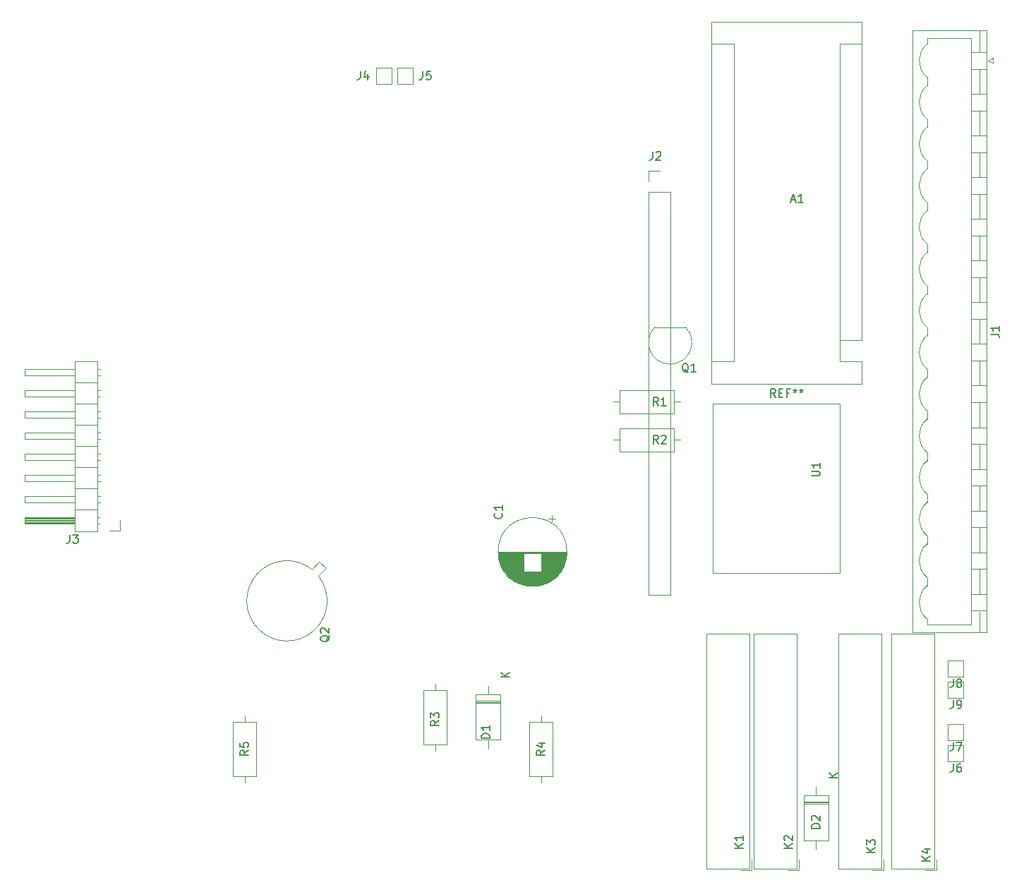
<source format=gbr>
G04 #@! TF.GenerationSoftware,KiCad,Pcbnew,(5.1.0-9-gc61ec8ee3)*
G04 #@! TF.CreationDate,2019-06-28T12:10:09+02:00*
G04 #@! TF.ProjectId,LCD_Back_Neo_Key_RxTx_emergency_stop,4c43445f-4261-4636-9b5f-4e656f5f4b65,rev?*
G04 #@! TF.SameCoordinates,Original*
G04 #@! TF.FileFunction,Legend,Top*
G04 #@! TF.FilePolarity,Positive*
%FSLAX46Y46*%
G04 Gerber Fmt 4.6, Leading zero omitted, Abs format (unit mm)*
G04 Created by KiCad (PCBNEW (5.1.0-9-gc61ec8ee3)) date 2019-06-28 12:10:09*
%MOMM*%
%LPD*%
G04 APERTURE LIST*
%ADD10C,0.120000*%
%ADD11C,0.150000*%
G04 APERTURE END LIST*
D10*
X194310000Y-34290000D02*
X196980000Y-34290000D01*
X194310000Y-69850000D02*
X194310000Y-34290000D01*
X194310000Y-69850000D02*
X196980000Y-69850000D01*
X181610000Y-72390000D02*
X181610000Y-34290000D01*
X196980000Y-69850000D02*
X196980000Y-31620000D01*
X181610000Y-34290000D02*
X178940000Y-34290000D01*
X181610000Y-72390000D02*
X178940000Y-72390000D01*
X178940000Y-75060000D02*
X196980000Y-75060000D01*
X178940000Y-31620000D02*
X178940000Y-75060000D01*
X196980000Y-31620000D02*
X178940000Y-31620000D01*
X196980000Y-75060000D02*
X196980000Y-72390000D01*
X194310000Y-69850000D02*
X194310000Y-72390000D01*
X194310000Y-72390000D02*
X196980000Y-72390000D01*
X194310000Y-97790000D02*
X179070000Y-97790000D01*
X179070000Y-97790000D02*
X179070000Y-77470000D01*
X179070000Y-77470000D02*
X194310000Y-77470000D01*
X194310000Y-77470000D02*
X194310000Y-97790000D01*
X105240000Y-92770000D02*
X105240000Y-72330000D01*
X105240000Y-72330000D02*
X102580000Y-72330000D01*
X102580000Y-72330000D02*
X102580000Y-92770000D01*
X102580000Y-92770000D02*
X105240000Y-92770000D01*
X102580000Y-91820000D02*
X96580000Y-91820000D01*
X96580000Y-91820000D02*
X96580000Y-91060000D01*
X96580000Y-91060000D02*
X102580000Y-91060000D01*
X102580000Y-91760000D02*
X96580000Y-91760000D01*
X102580000Y-91640000D02*
X96580000Y-91640000D01*
X102580000Y-91520000D02*
X96580000Y-91520000D01*
X102580000Y-91400000D02*
X96580000Y-91400000D01*
X102580000Y-91280000D02*
X96580000Y-91280000D01*
X102580000Y-91160000D02*
X96580000Y-91160000D01*
X105570000Y-91820000D02*
X105240000Y-91820000D01*
X105570000Y-91060000D02*
X105240000Y-91060000D01*
X105240000Y-90170000D02*
X102580000Y-90170000D01*
X102580000Y-89280000D02*
X96580000Y-89280000D01*
X96580000Y-89280000D02*
X96580000Y-88520000D01*
X96580000Y-88520000D02*
X102580000Y-88520000D01*
X105637071Y-89280000D02*
X105240000Y-89280000D01*
X105637071Y-88520000D02*
X105240000Y-88520000D01*
X105240000Y-87630000D02*
X102580000Y-87630000D01*
X102580000Y-86740000D02*
X96580000Y-86740000D01*
X96580000Y-86740000D02*
X96580000Y-85980000D01*
X96580000Y-85980000D02*
X102580000Y-85980000D01*
X105637071Y-86740000D02*
X105240000Y-86740000D01*
X105637071Y-85980000D02*
X105240000Y-85980000D01*
X105240000Y-85090000D02*
X102580000Y-85090000D01*
X102580000Y-84200000D02*
X96580000Y-84200000D01*
X96580000Y-84200000D02*
X96580000Y-83440000D01*
X96580000Y-83440000D02*
X102580000Y-83440000D01*
X105637071Y-84200000D02*
X105240000Y-84200000D01*
X105637071Y-83440000D02*
X105240000Y-83440000D01*
X105240000Y-82550000D02*
X102580000Y-82550000D01*
X102580000Y-81660000D02*
X96580000Y-81660000D01*
X96580000Y-81660000D02*
X96580000Y-80900000D01*
X96580000Y-80900000D02*
X102580000Y-80900000D01*
X105637071Y-81660000D02*
X105240000Y-81660000D01*
X105637071Y-80900000D02*
X105240000Y-80900000D01*
X105240000Y-80010000D02*
X102580000Y-80010000D01*
X102580000Y-79120000D02*
X96580000Y-79120000D01*
X96580000Y-79120000D02*
X96580000Y-78360000D01*
X96580000Y-78360000D02*
X102580000Y-78360000D01*
X105637071Y-79120000D02*
X105240000Y-79120000D01*
X105637071Y-78360000D02*
X105240000Y-78360000D01*
X105240000Y-77470000D02*
X102580000Y-77470000D01*
X102580000Y-76580000D02*
X96580000Y-76580000D01*
X96580000Y-76580000D02*
X96580000Y-75820000D01*
X96580000Y-75820000D02*
X102580000Y-75820000D01*
X105637071Y-76580000D02*
X105240000Y-76580000D01*
X105637071Y-75820000D02*
X105240000Y-75820000D01*
X105240000Y-74930000D02*
X102580000Y-74930000D01*
X102580000Y-74040000D02*
X96580000Y-74040000D01*
X96580000Y-74040000D02*
X96580000Y-73280000D01*
X96580000Y-73280000D02*
X102580000Y-73280000D01*
X105637071Y-74040000D02*
X105240000Y-74040000D01*
X105637071Y-73280000D02*
X105240000Y-73280000D01*
X107950000Y-91440000D02*
X107950000Y-92710000D01*
X107950000Y-92710000D02*
X106680000Y-92710000D01*
X161600000Y-95230000D02*
G75*
G03X161600000Y-95230000I-4120000J0D01*
G01*
X161560000Y-95230000D02*
X153400000Y-95230000D01*
X161560000Y-95270000D02*
X153400000Y-95270000D01*
X161560000Y-95310000D02*
X153400000Y-95310000D01*
X161559000Y-95350000D02*
X153401000Y-95350000D01*
X161557000Y-95390000D02*
X153403000Y-95390000D01*
X161556000Y-95430000D02*
X153404000Y-95430000D01*
X161554000Y-95470000D02*
X158520000Y-95470000D01*
X156440000Y-95470000D02*
X153406000Y-95470000D01*
X161551000Y-95510000D02*
X158520000Y-95510000D01*
X156440000Y-95510000D02*
X153409000Y-95510000D01*
X161548000Y-95550000D02*
X158520000Y-95550000D01*
X156440000Y-95550000D02*
X153412000Y-95550000D01*
X161545000Y-95590000D02*
X158520000Y-95590000D01*
X156440000Y-95590000D02*
X153415000Y-95590000D01*
X161541000Y-95630000D02*
X158520000Y-95630000D01*
X156440000Y-95630000D02*
X153419000Y-95630000D01*
X161537000Y-95670000D02*
X158520000Y-95670000D01*
X156440000Y-95670000D02*
X153423000Y-95670000D01*
X161532000Y-95710000D02*
X158520000Y-95710000D01*
X156440000Y-95710000D02*
X153428000Y-95710000D01*
X161528000Y-95750000D02*
X158520000Y-95750000D01*
X156440000Y-95750000D02*
X153432000Y-95750000D01*
X161522000Y-95790000D02*
X158520000Y-95790000D01*
X156440000Y-95790000D02*
X153438000Y-95790000D01*
X161517000Y-95830000D02*
X158520000Y-95830000D01*
X156440000Y-95830000D02*
X153443000Y-95830000D01*
X161510000Y-95870000D02*
X158520000Y-95870000D01*
X156440000Y-95870000D02*
X153450000Y-95870000D01*
X161504000Y-95910000D02*
X158520000Y-95910000D01*
X156440000Y-95910000D02*
X153456000Y-95910000D01*
X161497000Y-95951000D02*
X158520000Y-95951000D01*
X156440000Y-95951000D02*
X153463000Y-95951000D01*
X161490000Y-95991000D02*
X158520000Y-95991000D01*
X156440000Y-95991000D02*
X153470000Y-95991000D01*
X161482000Y-96031000D02*
X158520000Y-96031000D01*
X156440000Y-96031000D02*
X153478000Y-96031000D01*
X161474000Y-96071000D02*
X158520000Y-96071000D01*
X156440000Y-96071000D02*
X153486000Y-96071000D01*
X161465000Y-96111000D02*
X158520000Y-96111000D01*
X156440000Y-96111000D02*
X153495000Y-96111000D01*
X161456000Y-96151000D02*
X158520000Y-96151000D01*
X156440000Y-96151000D02*
X153504000Y-96151000D01*
X161447000Y-96191000D02*
X158520000Y-96191000D01*
X156440000Y-96191000D02*
X153513000Y-96191000D01*
X161437000Y-96231000D02*
X158520000Y-96231000D01*
X156440000Y-96231000D02*
X153523000Y-96231000D01*
X161427000Y-96271000D02*
X158520000Y-96271000D01*
X156440000Y-96271000D02*
X153533000Y-96271000D01*
X161416000Y-96311000D02*
X158520000Y-96311000D01*
X156440000Y-96311000D02*
X153544000Y-96311000D01*
X161405000Y-96351000D02*
X158520000Y-96351000D01*
X156440000Y-96351000D02*
X153555000Y-96351000D01*
X161394000Y-96391000D02*
X158520000Y-96391000D01*
X156440000Y-96391000D02*
X153566000Y-96391000D01*
X161382000Y-96431000D02*
X158520000Y-96431000D01*
X156440000Y-96431000D02*
X153578000Y-96431000D01*
X161369000Y-96471000D02*
X158520000Y-96471000D01*
X156440000Y-96471000D02*
X153591000Y-96471000D01*
X161357000Y-96511000D02*
X158520000Y-96511000D01*
X156440000Y-96511000D02*
X153603000Y-96511000D01*
X161343000Y-96551000D02*
X158520000Y-96551000D01*
X156440000Y-96551000D02*
X153617000Y-96551000D01*
X161330000Y-96591000D02*
X158520000Y-96591000D01*
X156440000Y-96591000D02*
X153630000Y-96591000D01*
X161315000Y-96631000D02*
X158520000Y-96631000D01*
X156440000Y-96631000D02*
X153645000Y-96631000D01*
X161301000Y-96671000D02*
X158520000Y-96671000D01*
X156440000Y-96671000D02*
X153659000Y-96671000D01*
X161285000Y-96711000D02*
X158520000Y-96711000D01*
X156440000Y-96711000D02*
X153675000Y-96711000D01*
X161270000Y-96751000D02*
X158520000Y-96751000D01*
X156440000Y-96751000D02*
X153690000Y-96751000D01*
X161254000Y-96791000D02*
X158520000Y-96791000D01*
X156440000Y-96791000D02*
X153706000Y-96791000D01*
X161237000Y-96831000D02*
X158520000Y-96831000D01*
X156440000Y-96831000D02*
X153723000Y-96831000D01*
X161220000Y-96871000D02*
X158520000Y-96871000D01*
X156440000Y-96871000D02*
X153740000Y-96871000D01*
X161202000Y-96911000D02*
X158520000Y-96911000D01*
X156440000Y-96911000D02*
X153758000Y-96911000D01*
X161184000Y-96951000D02*
X158520000Y-96951000D01*
X156440000Y-96951000D02*
X153776000Y-96951000D01*
X161166000Y-96991000D02*
X158520000Y-96991000D01*
X156440000Y-96991000D02*
X153794000Y-96991000D01*
X161146000Y-97031000D02*
X158520000Y-97031000D01*
X156440000Y-97031000D02*
X153814000Y-97031000D01*
X161127000Y-97071000D02*
X158520000Y-97071000D01*
X156440000Y-97071000D02*
X153833000Y-97071000D01*
X161107000Y-97111000D02*
X158520000Y-97111000D01*
X156440000Y-97111000D02*
X153853000Y-97111000D01*
X161086000Y-97151000D02*
X158520000Y-97151000D01*
X156440000Y-97151000D02*
X153874000Y-97151000D01*
X161064000Y-97191000D02*
X158520000Y-97191000D01*
X156440000Y-97191000D02*
X153896000Y-97191000D01*
X161042000Y-97231000D02*
X158520000Y-97231000D01*
X156440000Y-97231000D02*
X153918000Y-97231000D01*
X161020000Y-97271000D02*
X158520000Y-97271000D01*
X156440000Y-97271000D02*
X153940000Y-97271000D01*
X160997000Y-97311000D02*
X158520000Y-97311000D01*
X156440000Y-97311000D02*
X153963000Y-97311000D01*
X160973000Y-97351000D02*
X158520000Y-97351000D01*
X156440000Y-97351000D02*
X153987000Y-97351000D01*
X160949000Y-97391000D02*
X158520000Y-97391000D01*
X156440000Y-97391000D02*
X154011000Y-97391000D01*
X160924000Y-97431000D02*
X158520000Y-97431000D01*
X156440000Y-97431000D02*
X154036000Y-97431000D01*
X160898000Y-97471000D02*
X158520000Y-97471000D01*
X156440000Y-97471000D02*
X154062000Y-97471000D01*
X160872000Y-97511000D02*
X158520000Y-97511000D01*
X156440000Y-97511000D02*
X154088000Y-97511000D01*
X160845000Y-97551000D02*
X154115000Y-97551000D01*
X160818000Y-97591000D02*
X154142000Y-97591000D01*
X160789000Y-97631000D02*
X154171000Y-97631000D01*
X160760000Y-97671000D02*
X154200000Y-97671000D01*
X160730000Y-97711000D02*
X154230000Y-97711000D01*
X160700000Y-97751000D02*
X154260000Y-97751000D01*
X160669000Y-97791000D02*
X154291000Y-97791000D01*
X160636000Y-97831000D02*
X154324000Y-97831000D01*
X160604000Y-97871000D02*
X154356000Y-97871000D01*
X160570000Y-97911000D02*
X154390000Y-97911000D01*
X160535000Y-97951000D02*
X154425000Y-97951000D01*
X160499000Y-97991000D02*
X154461000Y-97991000D01*
X160463000Y-98031000D02*
X154497000Y-98031000D01*
X160425000Y-98071000D02*
X154535000Y-98071000D01*
X160387000Y-98111000D02*
X154573000Y-98111000D01*
X160347000Y-98151000D02*
X154613000Y-98151000D01*
X160306000Y-98191000D02*
X154654000Y-98191000D01*
X160264000Y-98231000D02*
X154696000Y-98231000D01*
X160221000Y-98271000D02*
X154739000Y-98271000D01*
X160177000Y-98311000D02*
X154783000Y-98311000D01*
X160131000Y-98351000D02*
X154829000Y-98351000D01*
X160084000Y-98391000D02*
X154876000Y-98391000D01*
X160036000Y-98431000D02*
X154924000Y-98431000D01*
X159985000Y-98471000D02*
X154975000Y-98471000D01*
X159934000Y-98511000D02*
X155026000Y-98511000D01*
X159880000Y-98551000D02*
X155080000Y-98551000D01*
X159825000Y-98591000D02*
X155135000Y-98591000D01*
X159767000Y-98631000D02*
X155193000Y-98631000D01*
X159708000Y-98671000D02*
X155252000Y-98671000D01*
X159646000Y-98711000D02*
X155314000Y-98711000D01*
X159582000Y-98751000D02*
X155378000Y-98751000D01*
X159514000Y-98791000D02*
X155446000Y-98791000D01*
X159444000Y-98831000D02*
X155516000Y-98831000D01*
X159370000Y-98871000D02*
X155590000Y-98871000D01*
X159293000Y-98911000D02*
X155667000Y-98911000D01*
X159211000Y-98951000D02*
X155749000Y-98951000D01*
X159125000Y-98991000D02*
X155835000Y-98991000D01*
X159032000Y-99031000D02*
X155928000Y-99031000D01*
X158933000Y-99071000D02*
X156027000Y-99071000D01*
X158826000Y-99111000D02*
X156134000Y-99111000D01*
X158709000Y-99151000D02*
X156251000Y-99151000D01*
X158578000Y-99191000D02*
X156382000Y-99191000D01*
X158428000Y-99231000D02*
X156532000Y-99231000D01*
X158248000Y-99271000D02*
X156712000Y-99271000D01*
X158013000Y-99311000D02*
X156947000Y-99311000D01*
X159795000Y-90820302D02*
X159795000Y-91620302D01*
X160195000Y-91220302D02*
X159395000Y-91220302D01*
X175790000Y-68254000D02*
X172190000Y-68254000D01*
X175828478Y-68265522D02*
G75*
G02X173990000Y-72704000I-1838478J-1838478D01*
G01*
X172151522Y-68265522D02*
G75*
G03X173990000Y-72704000I1838478J-1838478D01*
G01*
X167926000Y-75846000D02*
X167926000Y-78586000D01*
X167926000Y-78586000D02*
X174466000Y-78586000D01*
X174466000Y-78586000D02*
X174466000Y-75846000D01*
X174466000Y-75846000D02*
X167926000Y-75846000D01*
X167156000Y-77216000D02*
X167926000Y-77216000D01*
X175236000Y-77216000D02*
X174466000Y-77216000D01*
X171390000Y-50800000D02*
X171390000Y-49470000D01*
X171390000Y-100390000D02*
X174050000Y-100390000D01*
X174050000Y-52070000D02*
X174050000Y-100390000D01*
X171390000Y-52070000D02*
X171390000Y-100390000D01*
X171390000Y-52070000D02*
X174050000Y-52070000D01*
X171390000Y-49470000D02*
X172720000Y-49470000D01*
X183750000Y-133420000D02*
X182450000Y-133420000D01*
X183750000Y-132120000D02*
X183750000Y-133420000D01*
X183550000Y-133220000D02*
X178350000Y-133220000D01*
X183550000Y-105020000D02*
X183550000Y-133220000D01*
X178350000Y-105020000D02*
X183550000Y-105020000D01*
X178350000Y-133220000D02*
X178350000Y-105020000D01*
X184020000Y-133220000D02*
X184020000Y-105020000D01*
X184020000Y-105020000D02*
X189220000Y-105020000D01*
X189220000Y-105020000D02*
X189220000Y-133220000D01*
X189220000Y-133220000D02*
X184020000Y-133220000D01*
X189420000Y-132120000D02*
X189420000Y-133420000D01*
X189420000Y-133420000D02*
X188120000Y-133420000D01*
X199580000Y-133420000D02*
X198280000Y-133420000D01*
X199580000Y-132120000D02*
X199580000Y-133420000D01*
X199380000Y-133220000D02*
X194180000Y-133220000D01*
X199380000Y-105020000D02*
X199380000Y-133220000D01*
X194180000Y-105020000D02*
X199380000Y-105020000D01*
X194180000Y-133220000D02*
X194180000Y-105020000D01*
X131790902Y-98094916D02*
X132681856Y-97203961D01*
X132681856Y-97203961D02*
X131904039Y-96426144D01*
X131904039Y-96426144D02*
X131013084Y-97317098D01*
X131013371Y-97317326D02*
G75*
G03X131790902Y-98094916I-2997371J-3774674D01*
G01*
X147166000Y-111792000D02*
X144426000Y-111792000D01*
X144426000Y-111792000D02*
X144426000Y-118332000D01*
X144426000Y-118332000D02*
X147166000Y-118332000D01*
X147166000Y-118332000D02*
X147166000Y-111792000D01*
X145796000Y-111022000D02*
X145796000Y-111792000D01*
X145796000Y-119102000D02*
X145796000Y-118332000D01*
X158496000Y-114832000D02*
X158496000Y-115602000D01*
X158496000Y-122912000D02*
X158496000Y-122142000D01*
X157126000Y-115602000D02*
X157126000Y-122142000D01*
X159866000Y-115602000D02*
X157126000Y-115602000D01*
X159866000Y-122142000D02*
X159866000Y-115602000D01*
X157126000Y-122142000D02*
X159866000Y-122142000D01*
X124306000Y-115602000D02*
X121566000Y-115602000D01*
X121566000Y-115602000D02*
X121566000Y-122142000D01*
X121566000Y-122142000D02*
X124306000Y-122142000D01*
X124306000Y-122142000D02*
X124306000Y-115602000D01*
X122936000Y-114832000D02*
X122936000Y-115602000D01*
X122936000Y-122912000D02*
X122936000Y-122142000D01*
X138750000Y-37150000D02*
X138750000Y-39050000D01*
X138750000Y-39050000D02*
X140600000Y-39050000D01*
X140600000Y-39050000D02*
X140600000Y-37200000D01*
X140600000Y-37200000D02*
X140600000Y-37150000D01*
X140600000Y-37150000D02*
X138750000Y-37150000D01*
X143140000Y-37150000D02*
X141290000Y-37150000D01*
X143140000Y-37200000D02*
X143140000Y-37150000D01*
X143140000Y-39050000D02*
X143140000Y-37200000D01*
X141290000Y-39050000D02*
X143140000Y-39050000D01*
X141290000Y-37150000D02*
X141290000Y-39050000D01*
X153616000Y-113122000D02*
X150676000Y-113122000D01*
X153616000Y-113362000D02*
X150676000Y-113362000D01*
X153616000Y-113242000D02*
X150676000Y-113242000D01*
X152146000Y-118802000D02*
X152146000Y-117782000D01*
X152146000Y-111322000D02*
X152146000Y-112342000D01*
X153616000Y-117782000D02*
X153616000Y-112342000D01*
X150676000Y-117782000D02*
X153616000Y-117782000D01*
X150676000Y-112342000D02*
X150676000Y-117782000D01*
X153616000Y-112342000D02*
X150676000Y-112342000D01*
X192970000Y-124410000D02*
X190030000Y-124410000D01*
X190030000Y-124410000D02*
X190030000Y-129850000D01*
X190030000Y-129850000D02*
X192970000Y-129850000D01*
X192970000Y-129850000D02*
X192970000Y-124410000D01*
X191500000Y-123390000D02*
X191500000Y-124410000D01*
X191500000Y-130870000D02*
X191500000Y-129850000D01*
X192970000Y-125310000D02*
X190030000Y-125310000D01*
X192970000Y-125430000D02*
X190030000Y-125430000D01*
X192970000Y-125190000D02*
X190030000Y-125190000D01*
X204794179Y-38266841D02*
G75*
G02X204810000Y-34280000I1665821J1986841D01*
G01*
X204794179Y-43266841D02*
G75*
G02X204810000Y-39280000I1665821J1986841D01*
G01*
X204794179Y-48266841D02*
G75*
G02X204810000Y-44280000I1665821J1986841D01*
G01*
X204794179Y-53266841D02*
G75*
G02X204810000Y-49280000I1665821J1986841D01*
G01*
X204794179Y-58266841D02*
G75*
G02X204810000Y-54280000I1665821J1986841D01*
G01*
X204794179Y-63266841D02*
G75*
G02X204810000Y-59280000I1665821J1986841D01*
G01*
X204794179Y-68266841D02*
G75*
G02X204810000Y-64280000I1665821J1986841D01*
G01*
X204794179Y-73266841D02*
G75*
G02X204810000Y-69280000I1665821J1986841D01*
G01*
X204794179Y-78266841D02*
G75*
G02X204810000Y-74280000I1665821J1986841D01*
G01*
X204794179Y-83266841D02*
G75*
G02X204810000Y-79280000I1665821J1986841D01*
G01*
X204794179Y-88266841D02*
G75*
G02X204810000Y-84280000I1665821J1986841D01*
G01*
X204794179Y-93266841D02*
G75*
G02X204810000Y-89280000I1665821J1986841D01*
G01*
X204794179Y-98266841D02*
G75*
G02X204810000Y-94280000I1665821J1986841D01*
G01*
X204794179Y-103266841D02*
G75*
G02X204810000Y-99280000I1665821J1986841D01*
G01*
X211920000Y-32670000D02*
X203100000Y-32670000D01*
X203100000Y-32670000D02*
X203100000Y-104890000D01*
X203100000Y-104890000D02*
X211920000Y-104890000D01*
X211920000Y-104890000D02*
X211920000Y-32670000D01*
X211110000Y-32670000D02*
X211110000Y-35170000D01*
X211110000Y-104890000D02*
X211110000Y-102390000D01*
X211110000Y-37280000D02*
X211110000Y-40280000D01*
X211110000Y-42280000D02*
X211110000Y-45280000D01*
X211110000Y-47280000D02*
X211110000Y-50280000D01*
X211110000Y-52280000D02*
X211110000Y-55280000D01*
X211110000Y-57280000D02*
X211110000Y-60280000D01*
X211110000Y-62280000D02*
X211110000Y-65280000D01*
X211110000Y-67280000D02*
X211110000Y-70280000D01*
X211110000Y-72280000D02*
X211110000Y-75280000D01*
X211110000Y-77280000D02*
X211110000Y-80280000D01*
X211110000Y-82280000D02*
X211110000Y-85280000D01*
X211110000Y-87280000D02*
X211110000Y-90280000D01*
X211110000Y-92280000D02*
X211110000Y-95280000D01*
X211110000Y-97280000D02*
X211110000Y-100280000D01*
X210110000Y-35280000D02*
X211920000Y-35280000D01*
X211920000Y-35280000D02*
X211920000Y-37280000D01*
X211920000Y-37280000D02*
X210110000Y-37280000D01*
X210110000Y-37280000D02*
X210110000Y-35280000D01*
X210110000Y-40280000D02*
X211920000Y-40280000D01*
X211920000Y-40280000D02*
X211920000Y-42280000D01*
X211920000Y-42280000D02*
X210110000Y-42280000D01*
X210110000Y-42280000D02*
X210110000Y-40280000D01*
X210110000Y-45280000D02*
X211920000Y-45280000D01*
X211920000Y-45280000D02*
X211920000Y-47280000D01*
X211920000Y-47280000D02*
X210110000Y-47280000D01*
X210110000Y-47280000D02*
X210110000Y-45280000D01*
X210110000Y-50280000D02*
X211920000Y-50280000D01*
X211920000Y-50280000D02*
X211920000Y-52280000D01*
X211920000Y-52280000D02*
X210110000Y-52280000D01*
X210110000Y-52280000D02*
X210110000Y-50280000D01*
X210110000Y-55280000D02*
X211920000Y-55280000D01*
X211920000Y-55280000D02*
X211920000Y-57280000D01*
X211920000Y-57280000D02*
X210110000Y-57280000D01*
X210110000Y-57280000D02*
X210110000Y-55280000D01*
X210110000Y-60280000D02*
X211920000Y-60280000D01*
X211920000Y-60280000D02*
X211920000Y-62280000D01*
X211920000Y-62280000D02*
X210110000Y-62280000D01*
X210110000Y-62280000D02*
X210110000Y-60280000D01*
X210110000Y-65280000D02*
X211920000Y-65280000D01*
X211920000Y-65280000D02*
X211920000Y-67280000D01*
X211920000Y-67280000D02*
X210110000Y-67280000D01*
X210110000Y-67280000D02*
X210110000Y-65280000D01*
X210110000Y-70280000D02*
X211920000Y-70280000D01*
X211920000Y-70280000D02*
X211920000Y-72280000D01*
X211920000Y-72280000D02*
X210110000Y-72280000D01*
X210110000Y-72280000D02*
X210110000Y-70280000D01*
X210110000Y-75280000D02*
X211920000Y-75280000D01*
X211920000Y-75280000D02*
X211920000Y-77280000D01*
X211920000Y-77280000D02*
X210110000Y-77280000D01*
X210110000Y-77280000D02*
X210110000Y-75280000D01*
X210110000Y-80280000D02*
X211920000Y-80280000D01*
X211920000Y-80280000D02*
X211920000Y-82280000D01*
X211920000Y-82280000D02*
X210110000Y-82280000D01*
X210110000Y-82280000D02*
X210110000Y-80280000D01*
X210110000Y-85280000D02*
X211920000Y-85280000D01*
X211920000Y-85280000D02*
X211920000Y-87280000D01*
X211920000Y-87280000D02*
X210110000Y-87280000D01*
X210110000Y-87280000D02*
X210110000Y-85280000D01*
X210110000Y-90280000D02*
X211920000Y-90280000D01*
X211920000Y-90280000D02*
X211920000Y-92280000D01*
X211920000Y-92280000D02*
X210110000Y-92280000D01*
X210110000Y-92280000D02*
X210110000Y-90280000D01*
X210110000Y-95280000D02*
X211920000Y-95280000D01*
X211920000Y-95280000D02*
X211920000Y-97280000D01*
X211920000Y-97280000D02*
X210110000Y-97280000D01*
X210110000Y-97280000D02*
X210110000Y-95280000D01*
X210110000Y-100280000D02*
X211920000Y-100280000D01*
X211920000Y-100280000D02*
X211920000Y-102280000D01*
X211920000Y-102280000D02*
X210110000Y-102280000D01*
X210110000Y-102280000D02*
X210110000Y-100280000D01*
X204810000Y-38280000D02*
X204810000Y-39280000D01*
X204810000Y-43280000D02*
X204810000Y-44280000D01*
X204810000Y-48280000D02*
X204810000Y-49280000D01*
X204810000Y-53280000D02*
X204810000Y-54280000D01*
X204810000Y-58280000D02*
X204810000Y-59280000D01*
X204810000Y-63280000D02*
X204810000Y-64280000D01*
X204810000Y-68280000D02*
X204810000Y-69280000D01*
X204810000Y-73280000D02*
X204810000Y-74280000D01*
X204810000Y-78280000D02*
X204810000Y-79280000D01*
X204810000Y-83280000D02*
X204810000Y-84280000D01*
X204810000Y-88280000D02*
X204810000Y-89280000D01*
X204810000Y-93280000D02*
X204810000Y-94280000D01*
X204810000Y-98280000D02*
X204810000Y-99280000D01*
X204810000Y-34280000D02*
X204810000Y-33580000D01*
X204810000Y-33580000D02*
X210110000Y-33580000D01*
X210110000Y-33580000D02*
X210110000Y-103980000D01*
X210110000Y-103980000D02*
X204810000Y-103980000D01*
X204810000Y-103980000D02*
X204810000Y-103280000D01*
X212720000Y-36580000D02*
X212120000Y-36280000D01*
X212120000Y-36280000D02*
X212720000Y-35980000D01*
X212720000Y-35980000D02*
X212720000Y-36580000D01*
X205930000Y-133420000D02*
X204630000Y-133420000D01*
X205930000Y-132120000D02*
X205930000Y-133420000D01*
X205730000Y-133220000D02*
X200530000Y-133220000D01*
X205730000Y-105020000D02*
X205730000Y-133220000D01*
X200530000Y-105020000D02*
X205730000Y-105020000D01*
X200530000Y-133220000D02*
X200530000Y-105020000D01*
X167926000Y-80418000D02*
X167926000Y-83158000D01*
X167926000Y-83158000D02*
X174466000Y-83158000D01*
X174466000Y-83158000D02*
X174466000Y-80418000D01*
X174466000Y-80418000D02*
X167926000Y-80418000D01*
X167156000Y-81788000D02*
X167926000Y-81788000D01*
X175236000Y-81788000D02*
X174466000Y-81788000D01*
X207330000Y-118430000D02*
X207330000Y-120330000D01*
X207330000Y-120330000D02*
X209180000Y-120330000D01*
X209180000Y-120330000D02*
X209180000Y-118480000D01*
X209180000Y-118480000D02*
X209180000Y-118430000D01*
X209180000Y-118430000D02*
X207330000Y-118430000D01*
X209180000Y-115890000D02*
X207330000Y-115890000D01*
X209180000Y-115940000D02*
X209180000Y-115890000D01*
X209180000Y-117790000D02*
X209180000Y-115940000D01*
X207330000Y-117790000D02*
X209180000Y-117790000D01*
X207330000Y-115890000D02*
X207330000Y-117790000D01*
X207330000Y-108270000D02*
X207330000Y-110170000D01*
X207330000Y-110170000D02*
X209180000Y-110170000D01*
X209180000Y-110170000D02*
X209180000Y-108320000D01*
X209180000Y-108320000D02*
X209180000Y-108270000D01*
X209180000Y-108270000D02*
X207330000Y-108270000D01*
X209180000Y-110810000D02*
X207330000Y-110810000D01*
X209180000Y-110860000D02*
X209180000Y-110810000D01*
X209180000Y-112710000D02*
X209180000Y-110860000D01*
X207330000Y-112710000D02*
X209180000Y-112710000D01*
X207330000Y-110810000D02*
X207330000Y-112710000D01*
D11*
X188515714Y-53006666D02*
X188991904Y-53006666D01*
X188420476Y-53292380D02*
X188753809Y-52292380D01*
X189087142Y-53292380D01*
X189944285Y-53292380D02*
X189372857Y-53292380D01*
X189658571Y-53292380D02*
X189658571Y-52292380D01*
X189563333Y-52435238D01*
X189468095Y-52530476D01*
X189372857Y-52578095D01*
X186626666Y-76652380D02*
X186293333Y-76176190D01*
X186055238Y-76652380D02*
X186055238Y-75652380D01*
X186436190Y-75652380D01*
X186531428Y-75700000D01*
X186579047Y-75747619D01*
X186626666Y-75842857D01*
X186626666Y-75985714D01*
X186579047Y-76080952D01*
X186531428Y-76128571D01*
X186436190Y-76176190D01*
X186055238Y-76176190D01*
X187055238Y-76128571D02*
X187388571Y-76128571D01*
X187531428Y-76652380D02*
X187055238Y-76652380D01*
X187055238Y-75652380D01*
X187531428Y-75652380D01*
X188293333Y-76128571D02*
X187960000Y-76128571D01*
X187960000Y-76652380D02*
X187960000Y-75652380D01*
X188436190Y-75652380D01*
X188960000Y-75652380D02*
X188960000Y-75890476D01*
X188721904Y-75795238D02*
X188960000Y-75890476D01*
X189198095Y-75795238D01*
X188817142Y-76080952D02*
X188960000Y-75890476D01*
X189102857Y-76080952D01*
X189721904Y-75652380D02*
X189721904Y-75890476D01*
X189483809Y-75795238D02*
X189721904Y-75890476D01*
X189960000Y-75795238D01*
X189579047Y-76080952D02*
X189721904Y-75890476D01*
X189864761Y-76080952D01*
X190968380Y-86105904D02*
X191777904Y-86105904D01*
X191873142Y-86058285D01*
X191920761Y-86010666D01*
X191968380Y-85915428D01*
X191968380Y-85724952D01*
X191920761Y-85629714D01*
X191873142Y-85582095D01*
X191777904Y-85534476D01*
X190968380Y-85534476D01*
X191968380Y-84534476D02*
X191968380Y-85105904D01*
X191968380Y-84820190D02*
X190968380Y-84820190D01*
X191111238Y-84915428D01*
X191206476Y-85010666D01*
X191254095Y-85105904D01*
X101961666Y-93162380D02*
X101961666Y-93876666D01*
X101914047Y-94019523D01*
X101818809Y-94114761D01*
X101675952Y-94162380D01*
X101580714Y-94162380D01*
X102342619Y-93162380D02*
X102961666Y-93162380D01*
X102628333Y-93543333D01*
X102771190Y-93543333D01*
X102866428Y-93590952D01*
X102914047Y-93638571D01*
X102961666Y-93733809D01*
X102961666Y-93971904D01*
X102914047Y-94067142D01*
X102866428Y-94114761D01*
X102771190Y-94162380D01*
X102485476Y-94162380D01*
X102390238Y-94114761D01*
X102342619Y-94067142D01*
X153773142Y-90590666D02*
X153820761Y-90638285D01*
X153868380Y-90781142D01*
X153868380Y-90876380D01*
X153820761Y-91019238D01*
X153725523Y-91114476D01*
X153630285Y-91162095D01*
X153439809Y-91209714D01*
X153296952Y-91209714D01*
X153106476Y-91162095D01*
X153011238Y-91114476D01*
X152916000Y-91019238D01*
X152868380Y-90876380D01*
X152868380Y-90781142D01*
X152916000Y-90638285D01*
X152963619Y-90590666D01*
X153868380Y-89638285D02*
X153868380Y-90209714D01*
X153868380Y-89924000D02*
X152868380Y-89924000D01*
X153011238Y-90019238D01*
X153106476Y-90114476D01*
X153154095Y-90209714D01*
X176180761Y-73699619D02*
X176085523Y-73652000D01*
X175990285Y-73556761D01*
X175847428Y-73413904D01*
X175752190Y-73366285D01*
X175656952Y-73366285D01*
X175704571Y-73604380D02*
X175609333Y-73556761D01*
X175514095Y-73461523D01*
X175466476Y-73271047D01*
X175466476Y-72937714D01*
X175514095Y-72747238D01*
X175609333Y-72652000D01*
X175704571Y-72604380D01*
X175895047Y-72604380D01*
X175990285Y-72652000D01*
X176085523Y-72747238D01*
X176133142Y-72937714D01*
X176133142Y-73271047D01*
X176085523Y-73461523D01*
X175990285Y-73556761D01*
X175895047Y-73604380D01*
X175704571Y-73604380D01*
X177085523Y-73604380D02*
X176514095Y-73604380D01*
X176799809Y-73604380D02*
X176799809Y-72604380D01*
X176704571Y-72747238D01*
X176609333Y-72842476D01*
X176514095Y-72890095D01*
X172553333Y-77668380D02*
X172220000Y-77192190D01*
X171981904Y-77668380D02*
X171981904Y-76668380D01*
X172362857Y-76668380D01*
X172458095Y-76716000D01*
X172505714Y-76763619D01*
X172553333Y-76858857D01*
X172553333Y-77001714D01*
X172505714Y-77096952D01*
X172458095Y-77144571D01*
X172362857Y-77192190D01*
X171981904Y-77192190D01*
X173505714Y-77668380D02*
X172934285Y-77668380D01*
X173220000Y-77668380D02*
X173220000Y-76668380D01*
X173124761Y-76811238D01*
X173029523Y-76906476D01*
X172934285Y-76954095D01*
X171878666Y-47204380D02*
X171878666Y-47918666D01*
X171831047Y-48061523D01*
X171735809Y-48156761D01*
X171592952Y-48204380D01*
X171497714Y-48204380D01*
X172307238Y-47299619D02*
X172354857Y-47252000D01*
X172450095Y-47204380D01*
X172688190Y-47204380D01*
X172783428Y-47252000D01*
X172831047Y-47299619D01*
X172878666Y-47394857D01*
X172878666Y-47490095D01*
X172831047Y-47632952D01*
X172259619Y-48204380D01*
X172878666Y-48204380D01*
X182742380Y-130786095D02*
X181742380Y-130786095D01*
X182742380Y-130214666D02*
X182170952Y-130643238D01*
X181742380Y-130214666D02*
X182313809Y-130786095D01*
X182742380Y-129262285D02*
X182742380Y-129833714D01*
X182742380Y-129548000D02*
X181742380Y-129548000D01*
X181885238Y-129643238D01*
X181980476Y-129738476D01*
X182028095Y-129833714D01*
X188666380Y-130786095D02*
X187666380Y-130786095D01*
X188666380Y-130214666D02*
X188094952Y-130643238D01*
X187666380Y-130214666D02*
X188237809Y-130786095D01*
X187761619Y-129833714D02*
X187714000Y-129786095D01*
X187666380Y-129690857D01*
X187666380Y-129452761D01*
X187714000Y-129357523D01*
X187761619Y-129309904D01*
X187856857Y-129262285D01*
X187952095Y-129262285D01*
X188094952Y-129309904D01*
X188666380Y-129881333D01*
X188666380Y-129262285D01*
X198572380Y-131294095D02*
X197572380Y-131294095D01*
X198572380Y-130722666D02*
X198000952Y-131151238D01*
X197572380Y-130722666D02*
X198143809Y-131294095D01*
X197572380Y-130389333D02*
X197572380Y-129770285D01*
X197953333Y-130103619D01*
X197953333Y-129960761D01*
X198000952Y-129865523D01*
X198048571Y-129817904D01*
X198143809Y-129770285D01*
X198381904Y-129770285D01*
X198477142Y-129817904D01*
X198524761Y-129865523D01*
X198572380Y-129960761D01*
X198572380Y-130246476D01*
X198524761Y-130341714D01*
X198477142Y-130389333D01*
X133135619Y-105251238D02*
X133088000Y-105346476D01*
X132992761Y-105441714D01*
X132849904Y-105584571D01*
X132802285Y-105679809D01*
X132802285Y-105775047D01*
X133040380Y-105727428D02*
X132992761Y-105822666D01*
X132897523Y-105917904D01*
X132707047Y-105965523D01*
X132373714Y-105965523D01*
X132183238Y-105917904D01*
X132088000Y-105822666D01*
X132040380Y-105727428D01*
X132040380Y-105536952D01*
X132088000Y-105441714D01*
X132183238Y-105346476D01*
X132373714Y-105298857D01*
X132707047Y-105298857D01*
X132897523Y-105346476D01*
X132992761Y-105441714D01*
X133040380Y-105536952D01*
X133040380Y-105727428D01*
X132135619Y-104917904D02*
X132088000Y-104870285D01*
X132040380Y-104775047D01*
X132040380Y-104536952D01*
X132088000Y-104441714D01*
X132135619Y-104394095D01*
X132230857Y-104346476D01*
X132326095Y-104346476D01*
X132468952Y-104394095D01*
X133040380Y-104965523D01*
X133040380Y-104346476D01*
X146248380Y-115482666D02*
X145772190Y-115816000D01*
X146248380Y-116054095D02*
X145248380Y-116054095D01*
X145248380Y-115673142D01*
X145296000Y-115577904D01*
X145343619Y-115530285D01*
X145438857Y-115482666D01*
X145581714Y-115482666D01*
X145676952Y-115530285D01*
X145724571Y-115577904D01*
X145772190Y-115673142D01*
X145772190Y-116054095D01*
X145248380Y-115149333D02*
X145248380Y-114530285D01*
X145629333Y-114863619D01*
X145629333Y-114720761D01*
X145676952Y-114625523D01*
X145724571Y-114577904D01*
X145819809Y-114530285D01*
X146057904Y-114530285D01*
X146153142Y-114577904D01*
X146200761Y-114625523D01*
X146248380Y-114720761D01*
X146248380Y-115006476D01*
X146200761Y-115101714D01*
X146153142Y-115149333D01*
X158948380Y-119038666D02*
X158472190Y-119372000D01*
X158948380Y-119610095D02*
X157948380Y-119610095D01*
X157948380Y-119229142D01*
X157996000Y-119133904D01*
X158043619Y-119086285D01*
X158138857Y-119038666D01*
X158281714Y-119038666D01*
X158376952Y-119086285D01*
X158424571Y-119133904D01*
X158472190Y-119229142D01*
X158472190Y-119610095D01*
X158281714Y-118181523D02*
X158948380Y-118181523D01*
X157900761Y-118419619D02*
X158615047Y-118657714D01*
X158615047Y-118038666D01*
X123388380Y-119038666D02*
X122912190Y-119372000D01*
X123388380Y-119610095D02*
X122388380Y-119610095D01*
X122388380Y-119229142D01*
X122436000Y-119133904D01*
X122483619Y-119086285D01*
X122578857Y-119038666D01*
X122721714Y-119038666D01*
X122816952Y-119086285D01*
X122864571Y-119133904D01*
X122912190Y-119229142D01*
X122912190Y-119610095D01*
X122388380Y-118133904D02*
X122388380Y-118610095D01*
X122864571Y-118657714D01*
X122816952Y-118610095D01*
X122769333Y-118514857D01*
X122769333Y-118276761D01*
X122816952Y-118181523D01*
X122864571Y-118133904D01*
X122959809Y-118086285D01*
X123197904Y-118086285D01*
X123293142Y-118133904D01*
X123340761Y-118181523D01*
X123388380Y-118276761D01*
X123388380Y-118514857D01*
X123340761Y-118610095D01*
X123293142Y-118657714D01*
X136826666Y-37552380D02*
X136826666Y-38266666D01*
X136779047Y-38409523D01*
X136683809Y-38504761D01*
X136540952Y-38552380D01*
X136445714Y-38552380D01*
X137731428Y-37885714D02*
X137731428Y-38552380D01*
X137493333Y-37504761D02*
X137255238Y-38219047D01*
X137874285Y-38219047D01*
X144301665Y-37552380D02*
X144301665Y-38266666D01*
X144254046Y-38409523D01*
X144158808Y-38504761D01*
X144015951Y-38552380D01*
X143920713Y-38552380D01*
X145254046Y-37552380D02*
X144777856Y-37552380D01*
X144730237Y-38028571D01*
X144777856Y-37980952D01*
X144873094Y-37933333D01*
X145111189Y-37933333D01*
X145206427Y-37980952D01*
X145254046Y-38028571D01*
X145301665Y-38123809D01*
X145301665Y-38361904D01*
X145254046Y-38457142D01*
X145206427Y-38504761D01*
X145111189Y-38552380D01*
X144873094Y-38552380D01*
X144777856Y-38504761D01*
X144730237Y-38457142D01*
X152344380Y-117578095D02*
X151344380Y-117578095D01*
X151344380Y-117340000D01*
X151392000Y-117197142D01*
X151487238Y-117101904D01*
X151582476Y-117054285D01*
X151772952Y-117006666D01*
X151915809Y-117006666D01*
X152106285Y-117054285D01*
X152201523Y-117101904D01*
X152296761Y-117197142D01*
X152344380Y-117340000D01*
X152344380Y-117578095D01*
X152344380Y-116054285D02*
X152344380Y-116625714D01*
X152344380Y-116340000D02*
X151344380Y-116340000D01*
X151487238Y-116435238D01*
X151582476Y-116530476D01*
X151630095Y-116625714D01*
X154698380Y-110243904D02*
X153698380Y-110243904D01*
X154698380Y-109672476D02*
X154126952Y-110101047D01*
X153698380Y-109672476D02*
X154269809Y-110243904D01*
X191952380Y-128376095D02*
X190952380Y-128376095D01*
X190952380Y-128138000D01*
X191000000Y-127995142D01*
X191095238Y-127899904D01*
X191190476Y-127852285D01*
X191380952Y-127804666D01*
X191523809Y-127804666D01*
X191714285Y-127852285D01*
X191809523Y-127899904D01*
X191904761Y-127995142D01*
X191952380Y-128138000D01*
X191952380Y-128376095D01*
X191047619Y-127423714D02*
X191000000Y-127376095D01*
X190952380Y-127280857D01*
X190952380Y-127042761D01*
X191000000Y-126947523D01*
X191047619Y-126899904D01*
X191142857Y-126852285D01*
X191238095Y-126852285D01*
X191380952Y-126899904D01*
X191952380Y-127471333D01*
X191952380Y-126852285D01*
X194052380Y-122311904D02*
X193052380Y-122311904D01*
X194052380Y-121740476D02*
X193480952Y-122169047D01*
X193052380Y-121740476D02*
X193623809Y-122311904D01*
X212462380Y-69113333D02*
X213176666Y-69113333D01*
X213319523Y-69160952D01*
X213414761Y-69256190D01*
X213462380Y-69399047D01*
X213462380Y-69494285D01*
X213462380Y-68113333D02*
X213462380Y-68684761D01*
X213462380Y-68399047D02*
X212462380Y-68399047D01*
X212605238Y-68494285D01*
X212700476Y-68589523D01*
X212748095Y-68684761D01*
X205176380Y-132310095D02*
X204176380Y-132310095D01*
X205176380Y-131738666D02*
X204604952Y-132167238D01*
X204176380Y-131738666D02*
X204747809Y-132310095D01*
X204509714Y-130881523D02*
X205176380Y-130881523D01*
X204128761Y-131119619D02*
X204843047Y-131357714D01*
X204843047Y-130738666D01*
X172553333Y-82240380D02*
X172220000Y-81764190D01*
X171981904Y-82240380D02*
X171981904Y-81240380D01*
X172362857Y-81240380D01*
X172458095Y-81288000D01*
X172505714Y-81335619D01*
X172553333Y-81430857D01*
X172553333Y-81573714D01*
X172505714Y-81668952D01*
X172458095Y-81716571D01*
X172362857Y-81764190D01*
X171981904Y-81764190D01*
X172934285Y-81335619D02*
X172981904Y-81288000D01*
X173077142Y-81240380D01*
X173315238Y-81240380D01*
X173410476Y-81288000D01*
X173458095Y-81335619D01*
X173505714Y-81430857D01*
X173505714Y-81526095D01*
X173458095Y-81668952D01*
X172886666Y-82240380D01*
X173505714Y-82240380D01*
X207946666Y-120632380D02*
X207946666Y-121346666D01*
X207899047Y-121489523D01*
X207803809Y-121584761D01*
X207660952Y-121632380D01*
X207565714Y-121632380D01*
X208851428Y-120632380D02*
X208660952Y-120632380D01*
X208565714Y-120680000D01*
X208518095Y-120727619D01*
X208422857Y-120870476D01*
X208375238Y-121060952D01*
X208375238Y-121441904D01*
X208422857Y-121537142D01*
X208470476Y-121584761D01*
X208565714Y-121632380D01*
X208756190Y-121632380D01*
X208851428Y-121584761D01*
X208899047Y-121537142D01*
X208946666Y-121441904D01*
X208946666Y-121203809D01*
X208899047Y-121108571D01*
X208851428Y-121060952D01*
X208756190Y-121013333D01*
X208565714Y-121013333D01*
X208470476Y-121060952D01*
X208422857Y-121108571D01*
X208375238Y-121203809D01*
X207946666Y-118092380D02*
X207946666Y-118806666D01*
X207899047Y-118949523D01*
X207803809Y-119044761D01*
X207660952Y-119092380D01*
X207565714Y-119092380D01*
X208327619Y-118092380D02*
X208994285Y-118092380D01*
X208565714Y-119092380D01*
X207946666Y-110472380D02*
X207946666Y-111186666D01*
X207899047Y-111329523D01*
X207803809Y-111424761D01*
X207660952Y-111472380D01*
X207565714Y-111472380D01*
X208565714Y-110900952D02*
X208470476Y-110853333D01*
X208422857Y-110805714D01*
X208375238Y-110710476D01*
X208375238Y-110662857D01*
X208422857Y-110567619D01*
X208470476Y-110520000D01*
X208565714Y-110472380D01*
X208756190Y-110472380D01*
X208851428Y-110520000D01*
X208899047Y-110567619D01*
X208946666Y-110662857D01*
X208946666Y-110710476D01*
X208899047Y-110805714D01*
X208851428Y-110853333D01*
X208756190Y-110900952D01*
X208565714Y-110900952D01*
X208470476Y-110948571D01*
X208422857Y-110996190D01*
X208375238Y-111091428D01*
X208375238Y-111281904D01*
X208422857Y-111377142D01*
X208470476Y-111424761D01*
X208565714Y-111472380D01*
X208756190Y-111472380D01*
X208851428Y-111424761D01*
X208899047Y-111377142D01*
X208946666Y-111281904D01*
X208946666Y-111091428D01*
X208899047Y-110996190D01*
X208851428Y-110948571D01*
X208756190Y-110900952D01*
X207946666Y-113012380D02*
X207946666Y-113726666D01*
X207899047Y-113869523D01*
X207803809Y-113964761D01*
X207660952Y-114012380D01*
X207565714Y-114012380D01*
X208470476Y-114012380D02*
X208660952Y-114012380D01*
X208756190Y-113964761D01*
X208803809Y-113917142D01*
X208899047Y-113774285D01*
X208946666Y-113583809D01*
X208946666Y-113202857D01*
X208899047Y-113107619D01*
X208851428Y-113060000D01*
X208756190Y-113012380D01*
X208565714Y-113012380D01*
X208470476Y-113060000D01*
X208422857Y-113107619D01*
X208375238Y-113202857D01*
X208375238Y-113440952D01*
X208422857Y-113536190D01*
X208470476Y-113583809D01*
X208565714Y-113631428D01*
X208756190Y-113631428D01*
X208851428Y-113583809D01*
X208899047Y-113536190D01*
X208946666Y-113440952D01*
M02*

</source>
